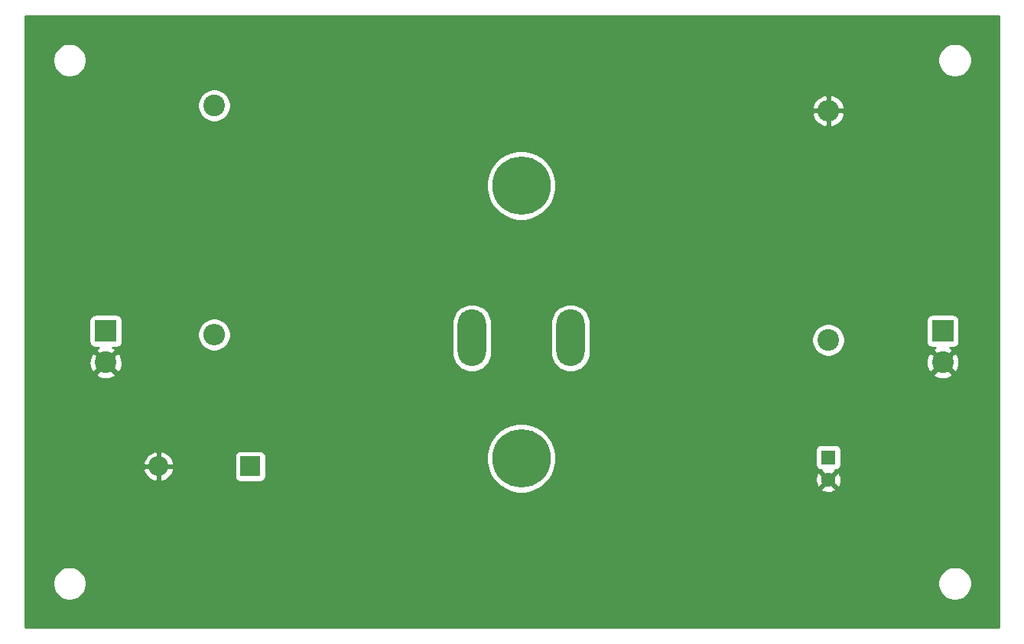
<source format=gbr>
G04 #@! TF.GenerationSoftware,KiCad,Pcbnew,(5.1.5)-3*
G04 #@! TF.CreationDate,2020-09-01T19:36:17+01:00*
G04 #@! TF.ProjectId,solarVoltageLimiter,736f6c61-7256-46f6-9c74-6167654c696d,1.0.1*
G04 #@! TF.SameCoordinates,Original*
G04 #@! TF.FileFunction,Copper,L2,Bot*
G04 #@! TF.FilePolarity,Positive*
%FSLAX46Y46*%
G04 Gerber Fmt 4.6, Leading zero omitted, Abs format (unit mm)*
G04 Created by KiCad (PCBNEW (5.1.5)-3) date 2020-09-01 19:36:17*
%MOMM*%
%LPD*%
G04 APERTURE LIST*
%ADD10R,1.600000X1.600000*%
%ADD11C,1.600000*%
%ADD12R,2.200000X2.200000*%
%ADD13O,2.200000X2.200000*%
%ADD14C,2.400000*%
%ADD15R,2.400000X2.400000*%
%ADD16O,2.400000X2.400000*%
%ADD17C,6.477000*%
%ADD18O,3.149600X6.299200*%
%ADD19C,0.254000*%
G04 APERTURE END LIST*
D10*
X160000000Y-100000000D03*
D11*
X160000000Y-102500000D03*
D12*
X96000000Y-101000000D03*
D13*
X85840000Y-101000000D03*
D14*
X80000000Y-89500000D03*
D15*
X80000000Y-86000000D03*
X172669200Y-86000000D03*
D14*
X172669200Y-89500000D03*
X92000000Y-61000000D03*
D16*
X92000000Y-86400000D03*
X160000000Y-61600000D03*
D14*
X160000000Y-87000000D03*
D17*
X126000000Y-100113000D03*
X126000000Y-69887000D03*
D18*
X120539000Y-86778000D03*
X131461000Y-86778000D03*
D19*
G36*
X178873000Y-118873000D02*
G01*
X71127000Y-118873000D01*
X71127000Y-113814344D01*
X74115000Y-113814344D01*
X74115000Y-114185656D01*
X74187439Y-114549834D01*
X74329534Y-114892882D01*
X74535825Y-115201618D01*
X74798382Y-115464175D01*
X75107118Y-115670466D01*
X75450166Y-115812561D01*
X75814344Y-115885000D01*
X76185656Y-115885000D01*
X76549834Y-115812561D01*
X76892882Y-115670466D01*
X77201618Y-115464175D01*
X77464175Y-115201618D01*
X77670466Y-114892882D01*
X77812561Y-114549834D01*
X77885000Y-114185656D01*
X77885000Y-113814344D01*
X172115000Y-113814344D01*
X172115000Y-114185656D01*
X172187439Y-114549834D01*
X172329534Y-114892882D01*
X172535825Y-115201618D01*
X172798382Y-115464175D01*
X173107118Y-115670466D01*
X173450166Y-115812561D01*
X173814344Y-115885000D01*
X174185656Y-115885000D01*
X174549834Y-115812561D01*
X174892882Y-115670466D01*
X175201618Y-115464175D01*
X175464175Y-115201618D01*
X175670466Y-114892882D01*
X175812561Y-114549834D01*
X175885000Y-114185656D01*
X175885000Y-113814344D01*
X175812561Y-113450166D01*
X175670466Y-113107118D01*
X175464175Y-112798382D01*
X175201618Y-112535825D01*
X174892882Y-112329534D01*
X174549834Y-112187439D01*
X174185656Y-112115000D01*
X173814344Y-112115000D01*
X173450166Y-112187439D01*
X173107118Y-112329534D01*
X172798382Y-112535825D01*
X172535825Y-112798382D01*
X172329534Y-113107118D01*
X172187439Y-113450166D01*
X172115000Y-113814344D01*
X77885000Y-113814344D01*
X77812561Y-113450166D01*
X77670466Y-113107118D01*
X77464175Y-112798382D01*
X77201618Y-112535825D01*
X76892882Y-112329534D01*
X76549834Y-112187439D01*
X76185656Y-112115000D01*
X75814344Y-112115000D01*
X75450166Y-112187439D01*
X75107118Y-112329534D01*
X74798382Y-112535825D01*
X74535825Y-112798382D01*
X74329534Y-113107118D01*
X74187439Y-113450166D01*
X74115000Y-113814344D01*
X71127000Y-113814344D01*
X71127000Y-101396122D01*
X84150825Y-101396122D01*
X84215425Y-101609094D01*
X84365469Y-101914329D01*
X84572178Y-102184427D01*
X84827609Y-102409008D01*
X85121946Y-102579442D01*
X85443877Y-102689179D01*
X85713000Y-102571600D01*
X85713000Y-101127000D01*
X85967000Y-101127000D01*
X85967000Y-102571600D01*
X86236123Y-102689179D01*
X86558054Y-102579442D01*
X86852391Y-102409008D01*
X87107822Y-102184427D01*
X87314531Y-101914329D01*
X87464575Y-101609094D01*
X87529175Y-101396122D01*
X87411125Y-101127000D01*
X85967000Y-101127000D01*
X85713000Y-101127000D01*
X84268875Y-101127000D01*
X84150825Y-101396122D01*
X71127000Y-101396122D01*
X71127000Y-100603878D01*
X84150825Y-100603878D01*
X84268875Y-100873000D01*
X85713000Y-100873000D01*
X85713000Y-99428400D01*
X85967000Y-99428400D01*
X85967000Y-100873000D01*
X87411125Y-100873000D01*
X87529175Y-100603878D01*
X87464575Y-100390906D01*
X87314531Y-100085671D01*
X87172435Y-99900000D01*
X94261928Y-99900000D01*
X94261928Y-102100000D01*
X94274188Y-102224482D01*
X94310498Y-102344180D01*
X94369463Y-102454494D01*
X94448815Y-102551185D01*
X94545506Y-102630537D01*
X94655820Y-102689502D01*
X94775518Y-102725812D01*
X94900000Y-102738072D01*
X97100000Y-102738072D01*
X97224482Y-102725812D01*
X97344180Y-102689502D01*
X97454494Y-102630537D01*
X97551185Y-102551185D01*
X97630537Y-102454494D01*
X97689502Y-102344180D01*
X97725812Y-102224482D01*
X97738072Y-102100000D01*
X97738072Y-99900000D01*
X97725812Y-99775518D01*
X97712458Y-99731494D01*
X122126500Y-99731494D01*
X122126500Y-100494506D01*
X122275357Y-101242858D01*
X122567349Y-101947790D01*
X122991256Y-102582212D01*
X123530788Y-103121744D01*
X124165210Y-103545651D01*
X124870142Y-103837643D01*
X125618494Y-103986500D01*
X126381506Y-103986500D01*
X127129858Y-103837643D01*
X127834790Y-103545651D01*
X127914033Y-103492702D01*
X159186903Y-103492702D01*
X159258486Y-103736671D01*
X159513996Y-103857571D01*
X159788184Y-103926300D01*
X160070512Y-103940217D01*
X160350130Y-103898787D01*
X160616292Y-103803603D01*
X160741514Y-103736671D01*
X160813097Y-103492702D01*
X160000000Y-102679605D01*
X159186903Y-103492702D01*
X127914033Y-103492702D01*
X128469212Y-103121744D01*
X129008744Y-102582212D01*
X129016561Y-102570512D01*
X158559783Y-102570512D01*
X158601213Y-102850130D01*
X158696397Y-103116292D01*
X158763329Y-103241514D01*
X159007298Y-103313097D01*
X159820395Y-102500000D01*
X160179605Y-102500000D01*
X160992702Y-103313097D01*
X161236671Y-103241514D01*
X161357571Y-102986004D01*
X161426300Y-102711816D01*
X161440217Y-102429488D01*
X161398787Y-102149870D01*
X161303603Y-101883708D01*
X161236671Y-101758486D01*
X160992702Y-101686903D01*
X160179605Y-102500000D01*
X159820395Y-102500000D01*
X159007298Y-101686903D01*
X158763329Y-101758486D01*
X158642429Y-102013996D01*
X158573700Y-102288184D01*
X158559783Y-102570512D01*
X129016561Y-102570512D01*
X129432651Y-101947790D01*
X129724643Y-101242858D01*
X129873500Y-100494506D01*
X129873500Y-99731494D01*
X129767779Y-99200000D01*
X158561928Y-99200000D01*
X158561928Y-100800000D01*
X158574188Y-100924482D01*
X158610498Y-101044180D01*
X158669463Y-101154494D01*
X158748815Y-101251185D01*
X158845506Y-101330537D01*
X158955820Y-101389502D01*
X159075518Y-101425812D01*
X159200000Y-101438072D01*
X159207215Y-101438072D01*
X159186903Y-101507298D01*
X160000000Y-102320395D01*
X160813097Y-101507298D01*
X160792785Y-101438072D01*
X160800000Y-101438072D01*
X160924482Y-101425812D01*
X161044180Y-101389502D01*
X161154494Y-101330537D01*
X161251185Y-101251185D01*
X161330537Y-101154494D01*
X161389502Y-101044180D01*
X161425812Y-100924482D01*
X161438072Y-100800000D01*
X161438072Y-99200000D01*
X161425812Y-99075518D01*
X161389502Y-98955820D01*
X161330537Y-98845506D01*
X161251185Y-98748815D01*
X161154494Y-98669463D01*
X161044180Y-98610498D01*
X160924482Y-98574188D01*
X160800000Y-98561928D01*
X159200000Y-98561928D01*
X159075518Y-98574188D01*
X158955820Y-98610498D01*
X158845506Y-98669463D01*
X158748815Y-98748815D01*
X158669463Y-98845506D01*
X158610498Y-98955820D01*
X158574188Y-99075518D01*
X158561928Y-99200000D01*
X129767779Y-99200000D01*
X129724643Y-98983142D01*
X129432651Y-98278210D01*
X129008744Y-97643788D01*
X128469212Y-97104256D01*
X127834790Y-96680349D01*
X127129858Y-96388357D01*
X126381506Y-96239500D01*
X125618494Y-96239500D01*
X124870142Y-96388357D01*
X124165210Y-96680349D01*
X123530788Y-97104256D01*
X122991256Y-97643788D01*
X122567349Y-98278210D01*
X122275357Y-98983142D01*
X122126500Y-99731494D01*
X97712458Y-99731494D01*
X97689502Y-99655820D01*
X97630537Y-99545506D01*
X97551185Y-99448815D01*
X97454494Y-99369463D01*
X97344180Y-99310498D01*
X97224482Y-99274188D01*
X97100000Y-99261928D01*
X94900000Y-99261928D01*
X94775518Y-99274188D01*
X94655820Y-99310498D01*
X94545506Y-99369463D01*
X94448815Y-99448815D01*
X94369463Y-99545506D01*
X94310498Y-99655820D01*
X94274188Y-99775518D01*
X94261928Y-99900000D01*
X87172435Y-99900000D01*
X87107822Y-99815573D01*
X86852391Y-99590992D01*
X86558054Y-99420558D01*
X86236123Y-99310821D01*
X85967000Y-99428400D01*
X85713000Y-99428400D01*
X85443877Y-99310821D01*
X85121946Y-99420558D01*
X84827609Y-99590992D01*
X84572178Y-99815573D01*
X84365469Y-100085671D01*
X84215425Y-100390906D01*
X84150825Y-100603878D01*
X71127000Y-100603878D01*
X71127000Y-90777980D01*
X78901626Y-90777980D01*
X79021514Y-91062836D01*
X79345210Y-91223699D01*
X79694069Y-91318322D01*
X80054684Y-91343067D01*
X80413198Y-91296985D01*
X80755833Y-91181846D01*
X80978486Y-91062836D01*
X81098374Y-90777980D01*
X171570826Y-90777980D01*
X171690714Y-91062836D01*
X172014410Y-91223699D01*
X172363269Y-91318322D01*
X172723884Y-91343067D01*
X173082398Y-91296985D01*
X173425033Y-91181846D01*
X173647686Y-91062836D01*
X173767574Y-90777980D01*
X172669200Y-89679605D01*
X171570826Y-90777980D01*
X81098374Y-90777980D01*
X80000000Y-89679605D01*
X78901626Y-90777980D01*
X71127000Y-90777980D01*
X71127000Y-89554684D01*
X78156933Y-89554684D01*
X78203015Y-89913198D01*
X78318154Y-90255833D01*
X78437164Y-90478486D01*
X78722020Y-90598374D01*
X79820395Y-89500000D01*
X80179605Y-89500000D01*
X81277980Y-90598374D01*
X81562836Y-90478486D01*
X81723699Y-90154790D01*
X81818322Y-89805931D01*
X81843067Y-89445316D01*
X81796985Y-89086802D01*
X81681846Y-88744167D01*
X81562836Y-88521514D01*
X81277980Y-88401626D01*
X80179605Y-89500000D01*
X79820395Y-89500000D01*
X78722020Y-88401626D01*
X78437164Y-88521514D01*
X78276301Y-88845210D01*
X78181678Y-89194069D01*
X78156933Y-89554684D01*
X71127000Y-89554684D01*
X71127000Y-84800000D01*
X78161928Y-84800000D01*
X78161928Y-87200000D01*
X78174188Y-87324482D01*
X78210498Y-87444180D01*
X78269463Y-87554494D01*
X78348815Y-87651185D01*
X78445506Y-87730537D01*
X78555820Y-87789502D01*
X78675518Y-87825812D01*
X78800000Y-87838072D01*
X79206903Y-87838072D01*
X79021514Y-87937164D01*
X78901626Y-88222020D01*
X80000000Y-89320395D01*
X81098374Y-88222020D01*
X80978486Y-87937164D01*
X80779088Y-87838072D01*
X81200000Y-87838072D01*
X81324482Y-87825812D01*
X81444180Y-87789502D01*
X81554494Y-87730537D01*
X81651185Y-87651185D01*
X81730537Y-87554494D01*
X81789502Y-87444180D01*
X81825812Y-87324482D01*
X81838072Y-87200000D01*
X81838072Y-86219268D01*
X90165000Y-86219268D01*
X90165000Y-86580732D01*
X90235518Y-86935250D01*
X90373844Y-87269199D01*
X90574662Y-87569744D01*
X90830256Y-87825338D01*
X91130801Y-88026156D01*
X91464750Y-88164482D01*
X91819268Y-88235000D01*
X92180732Y-88235000D01*
X92535250Y-88164482D01*
X92869199Y-88026156D01*
X93169744Y-87825338D01*
X93425338Y-87569744D01*
X93626156Y-87269199D01*
X93764482Y-86935250D01*
X93835000Y-86580732D01*
X93835000Y-86219268D01*
X93764482Y-85864750D01*
X93626156Y-85530801D01*
X93425338Y-85230256D01*
X93289725Y-85094643D01*
X118329200Y-85094643D01*
X118329200Y-88461358D01*
X118361174Y-88785996D01*
X118487534Y-89202546D01*
X118692729Y-89586439D01*
X118968876Y-89922925D01*
X119305362Y-90199072D01*
X119689255Y-90404267D01*
X120105805Y-90530626D01*
X120539000Y-90573292D01*
X120972196Y-90530626D01*
X121388746Y-90404267D01*
X121772639Y-90199072D01*
X122109125Y-89922925D01*
X122385272Y-89586439D01*
X122590467Y-89202546D01*
X122716826Y-88785996D01*
X122748800Y-88461358D01*
X122748800Y-85094643D01*
X129251200Y-85094643D01*
X129251200Y-88461358D01*
X129283174Y-88785996D01*
X129409534Y-89202546D01*
X129614729Y-89586439D01*
X129890876Y-89922925D01*
X130227362Y-90199072D01*
X130611255Y-90404267D01*
X131027805Y-90530626D01*
X131461000Y-90573292D01*
X131894196Y-90530626D01*
X132310746Y-90404267D01*
X132694639Y-90199072D01*
X133031125Y-89922925D01*
X133307272Y-89586439D01*
X133324245Y-89554684D01*
X170826133Y-89554684D01*
X170872215Y-89913198D01*
X170987354Y-90255833D01*
X171106364Y-90478486D01*
X171391220Y-90598374D01*
X172489595Y-89500000D01*
X172848805Y-89500000D01*
X173947180Y-90598374D01*
X174232036Y-90478486D01*
X174392899Y-90154790D01*
X174487522Y-89805931D01*
X174512267Y-89445316D01*
X174466185Y-89086802D01*
X174351046Y-88744167D01*
X174232036Y-88521514D01*
X173947180Y-88401626D01*
X172848805Y-89500000D01*
X172489595Y-89500000D01*
X171391220Y-88401626D01*
X171106364Y-88521514D01*
X170945501Y-88845210D01*
X170850878Y-89194069D01*
X170826133Y-89554684D01*
X133324245Y-89554684D01*
X133512467Y-89202546D01*
X133638826Y-88785996D01*
X133670800Y-88461358D01*
X133670800Y-86819268D01*
X158165000Y-86819268D01*
X158165000Y-87180732D01*
X158235518Y-87535250D01*
X158373844Y-87869199D01*
X158574662Y-88169744D01*
X158830256Y-88425338D01*
X159130801Y-88626156D01*
X159464750Y-88764482D01*
X159819268Y-88835000D01*
X160180732Y-88835000D01*
X160535250Y-88764482D01*
X160869199Y-88626156D01*
X161169744Y-88425338D01*
X161425338Y-88169744D01*
X161626156Y-87869199D01*
X161764482Y-87535250D01*
X161835000Y-87180732D01*
X161835000Y-86819268D01*
X161764482Y-86464750D01*
X161626156Y-86130801D01*
X161425338Y-85830256D01*
X161169744Y-85574662D01*
X160869199Y-85373844D01*
X160535250Y-85235518D01*
X160180732Y-85165000D01*
X159819268Y-85165000D01*
X159464750Y-85235518D01*
X159130801Y-85373844D01*
X158830256Y-85574662D01*
X158574662Y-85830256D01*
X158373844Y-86130801D01*
X158235518Y-86464750D01*
X158165000Y-86819268D01*
X133670800Y-86819268D01*
X133670800Y-85094642D01*
X133641781Y-84800000D01*
X170831128Y-84800000D01*
X170831128Y-87200000D01*
X170843388Y-87324482D01*
X170879698Y-87444180D01*
X170938663Y-87554494D01*
X171018015Y-87651185D01*
X171114706Y-87730537D01*
X171225020Y-87789502D01*
X171344718Y-87825812D01*
X171469200Y-87838072D01*
X171876103Y-87838072D01*
X171690714Y-87937164D01*
X171570826Y-88222020D01*
X172669200Y-89320395D01*
X173767574Y-88222020D01*
X173647686Y-87937164D01*
X173448288Y-87838072D01*
X173869200Y-87838072D01*
X173993682Y-87825812D01*
X174113380Y-87789502D01*
X174223694Y-87730537D01*
X174320385Y-87651185D01*
X174399737Y-87554494D01*
X174458702Y-87444180D01*
X174495012Y-87324482D01*
X174507272Y-87200000D01*
X174507272Y-84800000D01*
X174495012Y-84675518D01*
X174458702Y-84555820D01*
X174399737Y-84445506D01*
X174320385Y-84348815D01*
X174223694Y-84269463D01*
X174113380Y-84210498D01*
X173993682Y-84174188D01*
X173869200Y-84161928D01*
X171469200Y-84161928D01*
X171344718Y-84174188D01*
X171225020Y-84210498D01*
X171114706Y-84269463D01*
X171018015Y-84348815D01*
X170938663Y-84445506D01*
X170879698Y-84555820D01*
X170843388Y-84675518D01*
X170831128Y-84800000D01*
X133641781Y-84800000D01*
X133638826Y-84770004D01*
X133512467Y-84353454D01*
X133307272Y-83969561D01*
X133031125Y-83633075D01*
X132694639Y-83356928D01*
X132310745Y-83151733D01*
X131894195Y-83025374D01*
X131461000Y-82982708D01*
X131027804Y-83025374D01*
X130611254Y-83151733D01*
X130227361Y-83356928D01*
X129890875Y-83633075D01*
X129614728Y-83969561D01*
X129409533Y-84353455D01*
X129283174Y-84770005D01*
X129251200Y-85094643D01*
X122748800Y-85094643D01*
X122748800Y-85094642D01*
X122716826Y-84770004D01*
X122590467Y-84353454D01*
X122385272Y-83969561D01*
X122109125Y-83633075D01*
X121772639Y-83356928D01*
X121388745Y-83151733D01*
X120972195Y-83025374D01*
X120539000Y-82982708D01*
X120105804Y-83025374D01*
X119689254Y-83151733D01*
X119305361Y-83356928D01*
X118968875Y-83633075D01*
X118692728Y-83969561D01*
X118487533Y-84353455D01*
X118361174Y-84770005D01*
X118329200Y-85094643D01*
X93289725Y-85094643D01*
X93169744Y-84974662D01*
X92869199Y-84773844D01*
X92535250Y-84635518D01*
X92180732Y-84565000D01*
X91819268Y-84565000D01*
X91464750Y-84635518D01*
X91130801Y-84773844D01*
X90830256Y-84974662D01*
X90574662Y-85230256D01*
X90373844Y-85530801D01*
X90235518Y-85864750D01*
X90165000Y-86219268D01*
X81838072Y-86219268D01*
X81838072Y-84800000D01*
X81825812Y-84675518D01*
X81789502Y-84555820D01*
X81730537Y-84445506D01*
X81651185Y-84348815D01*
X81554494Y-84269463D01*
X81444180Y-84210498D01*
X81324482Y-84174188D01*
X81200000Y-84161928D01*
X78800000Y-84161928D01*
X78675518Y-84174188D01*
X78555820Y-84210498D01*
X78445506Y-84269463D01*
X78348815Y-84348815D01*
X78269463Y-84445506D01*
X78210498Y-84555820D01*
X78174188Y-84675518D01*
X78161928Y-84800000D01*
X71127000Y-84800000D01*
X71127000Y-69505494D01*
X122126500Y-69505494D01*
X122126500Y-70268506D01*
X122275357Y-71016858D01*
X122567349Y-71721790D01*
X122991256Y-72356212D01*
X123530788Y-72895744D01*
X124165210Y-73319651D01*
X124870142Y-73611643D01*
X125618494Y-73760500D01*
X126381506Y-73760500D01*
X127129858Y-73611643D01*
X127834790Y-73319651D01*
X128469212Y-72895744D01*
X129008744Y-72356212D01*
X129432651Y-71721790D01*
X129724643Y-71016858D01*
X129873500Y-70268506D01*
X129873500Y-69505494D01*
X129724643Y-68757142D01*
X129432651Y-68052210D01*
X129008744Y-67417788D01*
X128469212Y-66878256D01*
X127834790Y-66454349D01*
X127129858Y-66162357D01*
X126381506Y-66013500D01*
X125618494Y-66013500D01*
X124870142Y-66162357D01*
X124165210Y-66454349D01*
X123530788Y-66878256D01*
X122991256Y-67417788D01*
X122567349Y-68052210D01*
X122275357Y-68757142D01*
X122126500Y-69505494D01*
X71127000Y-69505494D01*
X71127000Y-60819268D01*
X90165000Y-60819268D01*
X90165000Y-61180732D01*
X90235518Y-61535250D01*
X90373844Y-61869199D01*
X90574662Y-62169744D01*
X90830256Y-62425338D01*
X91130801Y-62626156D01*
X91464750Y-62764482D01*
X91819268Y-62835000D01*
X92180732Y-62835000D01*
X92535250Y-62764482D01*
X92869199Y-62626156D01*
X93169744Y-62425338D01*
X93425338Y-62169744D01*
X93530868Y-62011806D01*
X158211801Y-62011806D01*
X158326500Y-62352754D01*
X158505511Y-62664774D01*
X158741954Y-62935875D01*
X159026743Y-63155639D01*
X159348934Y-63315621D01*
X159588195Y-63388195D01*
X159873000Y-63271432D01*
X159873000Y-61727000D01*
X160127000Y-61727000D01*
X160127000Y-63271432D01*
X160411805Y-63388195D01*
X160651066Y-63315621D01*
X160973257Y-63155639D01*
X161258046Y-62935875D01*
X161494489Y-62664774D01*
X161673500Y-62352754D01*
X161788199Y-62011806D01*
X161671854Y-61727000D01*
X160127000Y-61727000D01*
X159873000Y-61727000D01*
X158328146Y-61727000D01*
X158211801Y-62011806D01*
X93530868Y-62011806D01*
X93626156Y-61869199D01*
X93764482Y-61535250D01*
X93833515Y-61188194D01*
X158211801Y-61188194D01*
X158328146Y-61473000D01*
X159873000Y-61473000D01*
X159873000Y-59928568D01*
X160127000Y-59928568D01*
X160127000Y-61473000D01*
X161671854Y-61473000D01*
X161788199Y-61188194D01*
X161673500Y-60847246D01*
X161494489Y-60535226D01*
X161258046Y-60264125D01*
X160973257Y-60044361D01*
X160651066Y-59884379D01*
X160411805Y-59811805D01*
X160127000Y-59928568D01*
X159873000Y-59928568D01*
X159588195Y-59811805D01*
X159348934Y-59884379D01*
X159026743Y-60044361D01*
X158741954Y-60264125D01*
X158505511Y-60535226D01*
X158326500Y-60847246D01*
X158211801Y-61188194D01*
X93833515Y-61188194D01*
X93835000Y-61180732D01*
X93835000Y-60819268D01*
X93764482Y-60464750D01*
X93626156Y-60130801D01*
X93425338Y-59830256D01*
X93169744Y-59574662D01*
X92869199Y-59373844D01*
X92535250Y-59235518D01*
X92180732Y-59165000D01*
X91819268Y-59165000D01*
X91464750Y-59235518D01*
X91130801Y-59373844D01*
X90830256Y-59574662D01*
X90574662Y-59830256D01*
X90373844Y-60130801D01*
X90235518Y-60464750D01*
X90165000Y-60819268D01*
X71127000Y-60819268D01*
X71127000Y-55814344D01*
X74115000Y-55814344D01*
X74115000Y-56185656D01*
X74187439Y-56549834D01*
X74329534Y-56892882D01*
X74535825Y-57201618D01*
X74798382Y-57464175D01*
X75107118Y-57670466D01*
X75450166Y-57812561D01*
X75814344Y-57885000D01*
X76185656Y-57885000D01*
X76549834Y-57812561D01*
X76892882Y-57670466D01*
X77201618Y-57464175D01*
X77464175Y-57201618D01*
X77670466Y-56892882D01*
X77812561Y-56549834D01*
X77885000Y-56185656D01*
X77885000Y-55814344D01*
X172115000Y-55814344D01*
X172115000Y-56185656D01*
X172187439Y-56549834D01*
X172329534Y-56892882D01*
X172535825Y-57201618D01*
X172798382Y-57464175D01*
X173107118Y-57670466D01*
X173450166Y-57812561D01*
X173814344Y-57885000D01*
X174185656Y-57885000D01*
X174549834Y-57812561D01*
X174892882Y-57670466D01*
X175201618Y-57464175D01*
X175464175Y-57201618D01*
X175670466Y-56892882D01*
X175812561Y-56549834D01*
X175885000Y-56185656D01*
X175885000Y-55814344D01*
X175812561Y-55450166D01*
X175670466Y-55107118D01*
X175464175Y-54798382D01*
X175201618Y-54535825D01*
X174892882Y-54329534D01*
X174549834Y-54187439D01*
X174185656Y-54115000D01*
X173814344Y-54115000D01*
X173450166Y-54187439D01*
X173107118Y-54329534D01*
X172798382Y-54535825D01*
X172535825Y-54798382D01*
X172329534Y-55107118D01*
X172187439Y-55450166D01*
X172115000Y-55814344D01*
X77885000Y-55814344D01*
X77812561Y-55450166D01*
X77670466Y-55107118D01*
X77464175Y-54798382D01*
X77201618Y-54535825D01*
X76892882Y-54329534D01*
X76549834Y-54187439D01*
X76185656Y-54115000D01*
X75814344Y-54115000D01*
X75450166Y-54187439D01*
X75107118Y-54329534D01*
X74798382Y-54535825D01*
X74535825Y-54798382D01*
X74329534Y-55107118D01*
X74187439Y-55450166D01*
X74115000Y-55814344D01*
X71127000Y-55814344D01*
X71127000Y-51127000D01*
X178873000Y-51127000D01*
X178873000Y-118873000D01*
G37*
X178873000Y-118873000D02*
X71127000Y-118873000D01*
X71127000Y-113814344D01*
X74115000Y-113814344D01*
X74115000Y-114185656D01*
X74187439Y-114549834D01*
X74329534Y-114892882D01*
X74535825Y-115201618D01*
X74798382Y-115464175D01*
X75107118Y-115670466D01*
X75450166Y-115812561D01*
X75814344Y-115885000D01*
X76185656Y-115885000D01*
X76549834Y-115812561D01*
X76892882Y-115670466D01*
X77201618Y-115464175D01*
X77464175Y-115201618D01*
X77670466Y-114892882D01*
X77812561Y-114549834D01*
X77885000Y-114185656D01*
X77885000Y-113814344D01*
X172115000Y-113814344D01*
X172115000Y-114185656D01*
X172187439Y-114549834D01*
X172329534Y-114892882D01*
X172535825Y-115201618D01*
X172798382Y-115464175D01*
X173107118Y-115670466D01*
X173450166Y-115812561D01*
X173814344Y-115885000D01*
X174185656Y-115885000D01*
X174549834Y-115812561D01*
X174892882Y-115670466D01*
X175201618Y-115464175D01*
X175464175Y-115201618D01*
X175670466Y-114892882D01*
X175812561Y-114549834D01*
X175885000Y-114185656D01*
X175885000Y-113814344D01*
X175812561Y-113450166D01*
X175670466Y-113107118D01*
X175464175Y-112798382D01*
X175201618Y-112535825D01*
X174892882Y-112329534D01*
X174549834Y-112187439D01*
X174185656Y-112115000D01*
X173814344Y-112115000D01*
X173450166Y-112187439D01*
X173107118Y-112329534D01*
X172798382Y-112535825D01*
X172535825Y-112798382D01*
X172329534Y-113107118D01*
X172187439Y-113450166D01*
X172115000Y-113814344D01*
X77885000Y-113814344D01*
X77812561Y-113450166D01*
X77670466Y-113107118D01*
X77464175Y-112798382D01*
X77201618Y-112535825D01*
X76892882Y-112329534D01*
X76549834Y-112187439D01*
X76185656Y-112115000D01*
X75814344Y-112115000D01*
X75450166Y-112187439D01*
X75107118Y-112329534D01*
X74798382Y-112535825D01*
X74535825Y-112798382D01*
X74329534Y-113107118D01*
X74187439Y-113450166D01*
X74115000Y-113814344D01*
X71127000Y-113814344D01*
X71127000Y-101396122D01*
X84150825Y-101396122D01*
X84215425Y-101609094D01*
X84365469Y-101914329D01*
X84572178Y-102184427D01*
X84827609Y-102409008D01*
X85121946Y-102579442D01*
X85443877Y-102689179D01*
X85713000Y-102571600D01*
X85713000Y-101127000D01*
X85967000Y-101127000D01*
X85967000Y-102571600D01*
X86236123Y-102689179D01*
X86558054Y-102579442D01*
X86852391Y-102409008D01*
X87107822Y-102184427D01*
X87314531Y-101914329D01*
X87464575Y-101609094D01*
X87529175Y-101396122D01*
X87411125Y-101127000D01*
X85967000Y-101127000D01*
X85713000Y-101127000D01*
X84268875Y-101127000D01*
X84150825Y-101396122D01*
X71127000Y-101396122D01*
X71127000Y-100603878D01*
X84150825Y-100603878D01*
X84268875Y-100873000D01*
X85713000Y-100873000D01*
X85713000Y-99428400D01*
X85967000Y-99428400D01*
X85967000Y-100873000D01*
X87411125Y-100873000D01*
X87529175Y-100603878D01*
X87464575Y-100390906D01*
X87314531Y-100085671D01*
X87172435Y-99900000D01*
X94261928Y-99900000D01*
X94261928Y-102100000D01*
X94274188Y-102224482D01*
X94310498Y-102344180D01*
X94369463Y-102454494D01*
X94448815Y-102551185D01*
X94545506Y-102630537D01*
X94655820Y-102689502D01*
X94775518Y-102725812D01*
X94900000Y-102738072D01*
X97100000Y-102738072D01*
X97224482Y-102725812D01*
X97344180Y-102689502D01*
X97454494Y-102630537D01*
X97551185Y-102551185D01*
X97630537Y-102454494D01*
X97689502Y-102344180D01*
X97725812Y-102224482D01*
X97738072Y-102100000D01*
X97738072Y-99900000D01*
X97725812Y-99775518D01*
X97712458Y-99731494D01*
X122126500Y-99731494D01*
X122126500Y-100494506D01*
X122275357Y-101242858D01*
X122567349Y-101947790D01*
X122991256Y-102582212D01*
X123530788Y-103121744D01*
X124165210Y-103545651D01*
X124870142Y-103837643D01*
X125618494Y-103986500D01*
X126381506Y-103986500D01*
X127129858Y-103837643D01*
X127834790Y-103545651D01*
X127914033Y-103492702D01*
X159186903Y-103492702D01*
X159258486Y-103736671D01*
X159513996Y-103857571D01*
X159788184Y-103926300D01*
X160070512Y-103940217D01*
X160350130Y-103898787D01*
X160616292Y-103803603D01*
X160741514Y-103736671D01*
X160813097Y-103492702D01*
X160000000Y-102679605D01*
X159186903Y-103492702D01*
X127914033Y-103492702D01*
X128469212Y-103121744D01*
X129008744Y-102582212D01*
X129016561Y-102570512D01*
X158559783Y-102570512D01*
X158601213Y-102850130D01*
X158696397Y-103116292D01*
X158763329Y-103241514D01*
X159007298Y-103313097D01*
X159820395Y-102500000D01*
X160179605Y-102500000D01*
X160992702Y-103313097D01*
X161236671Y-103241514D01*
X161357571Y-102986004D01*
X161426300Y-102711816D01*
X161440217Y-102429488D01*
X161398787Y-102149870D01*
X161303603Y-101883708D01*
X161236671Y-101758486D01*
X160992702Y-101686903D01*
X160179605Y-102500000D01*
X159820395Y-102500000D01*
X159007298Y-101686903D01*
X158763329Y-101758486D01*
X158642429Y-102013996D01*
X158573700Y-102288184D01*
X158559783Y-102570512D01*
X129016561Y-102570512D01*
X129432651Y-101947790D01*
X129724643Y-101242858D01*
X129873500Y-100494506D01*
X129873500Y-99731494D01*
X129767779Y-99200000D01*
X158561928Y-99200000D01*
X158561928Y-100800000D01*
X158574188Y-100924482D01*
X158610498Y-101044180D01*
X158669463Y-101154494D01*
X158748815Y-101251185D01*
X158845506Y-101330537D01*
X158955820Y-101389502D01*
X159075518Y-101425812D01*
X159200000Y-101438072D01*
X159207215Y-101438072D01*
X159186903Y-101507298D01*
X160000000Y-102320395D01*
X160813097Y-101507298D01*
X160792785Y-101438072D01*
X160800000Y-101438072D01*
X160924482Y-101425812D01*
X161044180Y-101389502D01*
X161154494Y-101330537D01*
X161251185Y-101251185D01*
X161330537Y-101154494D01*
X161389502Y-101044180D01*
X161425812Y-100924482D01*
X161438072Y-100800000D01*
X161438072Y-99200000D01*
X161425812Y-99075518D01*
X161389502Y-98955820D01*
X161330537Y-98845506D01*
X161251185Y-98748815D01*
X161154494Y-98669463D01*
X161044180Y-98610498D01*
X160924482Y-98574188D01*
X160800000Y-98561928D01*
X159200000Y-98561928D01*
X159075518Y-98574188D01*
X158955820Y-98610498D01*
X158845506Y-98669463D01*
X158748815Y-98748815D01*
X158669463Y-98845506D01*
X158610498Y-98955820D01*
X158574188Y-99075518D01*
X158561928Y-99200000D01*
X129767779Y-99200000D01*
X129724643Y-98983142D01*
X129432651Y-98278210D01*
X129008744Y-97643788D01*
X128469212Y-97104256D01*
X127834790Y-96680349D01*
X127129858Y-96388357D01*
X126381506Y-96239500D01*
X125618494Y-96239500D01*
X124870142Y-96388357D01*
X124165210Y-96680349D01*
X123530788Y-97104256D01*
X122991256Y-97643788D01*
X122567349Y-98278210D01*
X122275357Y-98983142D01*
X122126500Y-99731494D01*
X97712458Y-99731494D01*
X97689502Y-99655820D01*
X97630537Y-99545506D01*
X97551185Y-99448815D01*
X97454494Y-99369463D01*
X97344180Y-99310498D01*
X97224482Y-99274188D01*
X97100000Y-99261928D01*
X94900000Y-99261928D01*
X94775518Y-99274188D01*
X94655820Y-99310498D01*
X94545506Y-99369463D01*
X94448815Y-99448815D01*
X94369463Y-99545506D01*
X94310498Y-99655820D01*
X94274188Y-99775518D01*
X94261928Y-99900000D01*
X87172435Y-99900000D01*
X87107822Y-99815573D01*
X86852391Y-99590992D01*
X86558054Y-99420558D01*
X86236123Y-99310821D01*
X85967000Y-99428400D01*
X85713000Y-99428400D01*
X85443877Y-99310821D01*
X85121946Y-99420558D01*
X84827609Y-99590992D01*
X84572178Y-99815573D01*
X84365469Y-100085671D01*
X84215425Y-100390906D01*
X84150825Y-100603878D01*
X71127000Y-100603878D01*
X71127000Y-90777980D01*
X78901626Y-90777980D01*
X79021514Y-91062836D01*
X79345210Y-91223699D01*
X79694069Y-91318322D01*
X80054684Y-91343067D01*
X80413198Y-91296985D01*
X80755833Y-91181846D01*
X80978486Y-91062836D01*
X81098374Y-90777980D01*
X171570826Y-90777980D01*
X171690714Y-91062836D01*
X172014410Y-91223699D01*
X172363269Y-91318322D01*
X172723884Y-91343067D01*
X173082398Y-91296985D01*
X173425033Y-91181846D01*
X173647686Y-91062836D01*
X173767574Y-90777980D01*
X172669200Y-89679605D01*
X171570826Y-90777980D01*
X81098374Y-90777980D01*
X80000000Y-89679605D01*
X78901626Y-90777980D01*
X71127000Y-90777980D01*
X71127000Y-89554684D01*
X78156933Y-89554684D01*
X78203015Y-89913198D01*
X78318154Y-90255833D01*
X78437164Y-90478486D01*
X78722020Y-90598374D01*
X79820395Y-89500000D01*
X80179605Y-89500000D01*
X81277980Y-90598374D01*
X81562836Y-90478486D01*
X81723699Y-90154790D01*
X81818322Y-89805931D01*
X81843067Y-89445316D01*
X81796985Y-89086802D01*
X81681846Y-88744167D01*
X81562836Y-88521514D01*
X81277980Y-88401626D01*
X80179605Y-89500000D01*
X79820395Y-89500000D01*
X78722020Y-88401626D01*
X78437164Y-88521514D01*
X78276301Y-88845210D01*
X78181678Y-89194069D01*
X78156933Y-89554684D01*
X71127000Y-89554684D01*
X71127000Y-84800000D01*
X78161928Y-84800000D01*
X78161928Y-87200000D01*
X78174188Y-87324482D01*
X78210498Y-87444180D01*
X78269463Y-87554494D01*
X78348815Y-87651185D01*
X78445506Y-87730537D01*
X78555820Y-87789502D01*
X78675518Y-87825812D01*
X78800000Y-87838072D01*
X79206903Y-87838072D01*
X79021514Y-87937164D01*
X78901626Y-88222020D01*
X80000000Y-89320395D01*
X81098374Y-88222020D01*
X80978486Y-87937164D01*
X80779088Y-87838072D01*
X81200000Y-87838072D01*
X81324482Y-87825812D01*
X81444180Y-87789502D01*
X81554494Y-87730537D01*
X81651185Y-87651185D01*
X81730537Y-87554494D01*
X81789502Y-87444180D01*
X81825812Y-87324482D01*
X81838072Y-87200000D01*
X81838072Y-86219268D01*
X90165000Y-86219268D01*
X90165000Y-86580732D01*
X90235518Y-86935250D01*
X90373844Y-87269199D01*
X90574662Y-87569744D01*
X90830256Y-87825338D01*
X91130801Y-88026156D01*
X91464750Y-88164482D01*
X91819268Y-88235000D01*
X92180732Y-88235000D01*
X92535250Y-88164482D01*
X92869199Y-88026156D01*
X93169744Y-87825338D01*
X93425338Y-87569744D01*
X93626156Y-87269199D01*
X93764482Y-86935250D01*
X93835000Y-86580732D01*
X93835000Y-86219268D01*
X93764482Y-85864750D01*
X93626156Y-85530801D01*
X93425338Y-85230256D01*
X93289725Y-85094643D01*
X118329200Y-85094643D01*
X118329200Y-88461358D01*
X118361174Y-88785996D01*
X118487534Y-89202546D01*
X118692729Y-89586439D01*
X118968876Y-89922925D01*
X119305362Y-90199072D01*
X119689255Y-90404267D01*
X120105805Y-90530626D01*
X120539000Y-90573292D01*
X120972196Y-90530626D01*
X121388746Y-90404267D01*
X121772639Y-90199072D01*
X122109125Y-89922925D01*
X122385272Y-89586439D01*
X122590467Y-89202546D01*
X122716826Y-88785996D01*
X122748800Y-88461358D01*
X122748800Y-85094643D01*
X129251200Y-85094643D01*
X129251200Y-88461358D01*
X129283174Y-88785996D01*
X129409534Y-89202546D01*
X129614729Y-89586439D01*
X129890876Y-89922925D01*
X130227362Y-90199072D01*
X130611255Y-90404267D01*
X131027805Y-90530626D01*
X131461000Y-90573292D01*
X131894196Y-90530626D01*
X132310746Y-90404267D01*
X132694639Y-90199072D01*
X133031125Y-89922925D01*
X133307272Y-89586439D01*
X133324245Y-89554684D01*
X170826133Y-89554684D01*
X170872215Y-89913198D01*
X170987354Y-90255833D01*
X171106364Y-90478486D01*
X171391220Y-90598374D01*
X172489595Y-89500000D01*
X172848805Y-89500000D01*
X173947180Y-90598374D01*
X174232036Y-90478486D01*
X174392899Y-90154790D01*
X174487522Y-89805931D01*
X174512267Y-89445316D01*
X174466185Y-89086802D01*
X174351046Y-88744167D01*
X174232036Y-88521514D01*
X173947180Y-88401626D01*
X172848805Y-89500000D01*
X172489595Y-89500000D01*
X171391220Y-88401626D01*
X171106364Y-88521514D01*
X170945501Y-88845210D01*
X170850878Y-89194069D01*
X170826133Y-89554684D01*
X133324245Y-89554684D01*
X133512467Y-89202546D01*
X133638826Y-88785996D01*
X133670800Y-88461358D01*
X133670800Y-86819268D01*
X158165000Y-86819268D01*
X158165000Y-87180732D01*
X158235518Y-87535250D01*
X158373844Y-87869199D01*
X158574662Y-88169744D01*
X158830256Y-88425338D01*
X159130801Y-88626156D01*
X159464750Y-88764482D01*
X159819268Y-88835000D01*
X160180732Y-88835000D01*
X160535250Y-88764482D01*
X160869199Y-88626156D01*
X161169744Y-88425338D01*
X161425338Y-88169744D01*
X161626156Y-87869199D01*
X161764482Y-87535250D01*
X161835000Y-87180732D01*
X161835000Y-86819268D01*
X161764482Y-86464750D01*
X161626156Y-86130801D01*
X161425338Y-85830256D01*
X161169744Y-85574662D01*
X160869199Y-85373844D01*
X160535250Y-85235518D01*
X160180732Y-85165000D01*
X159819268Y-85165000D01*
X159464750Y-85235518D01*
X159130801Y-85373844D01*
X158830256Y-85574662D01*
X158574662Y-85830256D01*
X158373844Y-86130801D01*
X158235518Y-86464750D01*
X158165000Y-86819268D01*
X133670800Y-86819268D01*
X133670800Y-85094642D01*
X133641781Y-84800000D01*
X170831128Y-84800000D01*
X170831128Y-87200000D01*
X170843388Y-87324482D01*
X170879698Y-87444180D01*
X170938663Y-87554494D01*
X171018015Y-87651185D01*
X171114706Y-87730537D01*
X171225020Y-87789502D01*
X171344718Y-87825812D01*
X171469200Y-87838072D01*
X171876103Y-87838072D01*
X171690714Y-87937164D01*
X171570826Y-88222020D01*
X172669200Y-89320395D01*
X173767574Y-88222020D01*
X173647686Y-87937164D01*
X173448288Y-87838072D01*
X173869200Y-87838072D01*
X173993682Y-87825812D01*
X174113380Y-87789502D01*
X174223694Y-87730537D01*
X174320385Y-87651185D01*
X174399737Y-87554494D01*
X174458702Y-87444180D01*
X174495012Y-87324482D01*
X174507272Y-87200000D01*
X174507272Y-84800000D01*
X174495012Y-84675518D01*
X174458702Y-84555820D01*
X174399737Y-84445506D01*
X174320385Y-84348815D01*
X174223694Y-84269463D01*
X174113380Y-84210498D01*
X173993682Y-84174188D01*
X173869200Y-84161928D01*
X171469200Y-84161928D01*
X171344718Y-84174188D01*
X171225020Y-84210498D01*
X171114706Y-84269463D01*
X171018015Y-84348815D01*
X170938663Y-84445506D01*
X170879698Y-84555820D01*
X170843388Y-84675518D01*
X170831128Y-84800000D01*
X133641781Y-84800000D01*
X133638826Y-84770004D01*
X133512467Y-84353454D01*
X133307272Y-83969561D01*
X133031125Y-83633075D01*
X132694639Y-83356928D01*
X132310745Y-83151733D01*
X131894195Y-83025374D01*
X131461000Y-82982708D01*
X131027804Y-83025374D01*
X130611254Y-83151733D01*
X130227361Y-83356928D01*
X129890875Y-83633075D01*
X129614728Y-83969561D01*
X129409533Y-84353455D01*
X129283174Y-84770005D01*
X129251200Y-85094643D01*
X122748800Y-85094643D01*
X122748800Y-85094642D01*
X122716826Y-84770004D01*
X122590467Y-84353454D01*
X122385272Y-83969561D01*
X122109125Y-83633075D01*
X121772639Y-83356928D01*
X121388745Y-83151733D01*
X120972195Y-83025374D01*
X120539000Y-82982708D01*
X120105804Y-83025374D01*
X119689254Y-83151733D01*
X119305361Y-83356928D01*
X118968875Y-83633075D01*
X118692728Y-83969561D01*
X118487533Y-84353455D01*
X118361174Y-84770005D01*
X118329200Y-85094643D01*
X93289725Y-85094643D01*
X93169744Y-84974662D01*
X92869199Y-84773844D01*
X92535250Y-84635518D01*
X92180732Y-84565000D01*
X91819268Y-84565000D01*
X91464750Y-84635518D01*
X91130801Y-84773844D01*
X90830256Y-84974662D01*
X90574662Y-85230256D01*
X90373844Y-85530801D01*
X90235518Y-85864750D01*
X90165000Y-86219268D01*
X81838072Y-86219268D01*
X81838072Y-84800000D01*
X81825812Y-84675518D01*
X81789502Y-84555820D01*
X81730537Y-84445506D01*
X81651185Y-84348815D01*
X81554494Y-84269463D01*
X81444180Y-84210498D01*
X81324482Y-84174188D01*
X81200000Y-84161928D01*
X78800000Y-84161928D01*
X78675518Y-84174188D01*
X78555820Y-84210498D01*
X78445506Y-84269463D01*
X78348815Y-84348815D01*
X78269463Y-84445506D01*
X78210498Y-84555820D01*
X78174188Y-84675518D01*
X78161928Y-84800000D01*
X71127000Y-84800000D01*
X71127000Y-69505494D01*
X122126500Y-69505494D01*
X122126500Y-70268506D01*
X122275357Y-71016858D01*
X122567349Y-71721790D01*
X122991256Y-72356212D01*
X123530788Y-72895744D01*
X124165210Y-73319651D01*
X124870142Y-73611643D01*
X125618494Y-73760500D01*
X126381506Y-73760500D01*
X127129858Y-73611643D01*
X127834790Y-73319651D01*
X128469212Y-72895744D01*
X129008744Y-72356212D01*
X129432651Y-71721790D01*
X129724643Y-71016858D01*
X129873500Y-70268506D01*
X129873500Y-69505494D01*
X129724643Y-68757142D01*
X129432651Y-68052210D01*
X129008744Y-67417788D01*
X128469212Y-66878256D01*
X127834790Y-66454349D01*
X127129858Y-66162357D01*
X126381506Y-66013500D01*
X125618494Y-66013500D01*
X124870142Y-66162357D01*
X124165210Y-66454349D01*
X123530788Y-66878256D01*
X122991256Y-67417788D01*
X122567349Y-68052210D01*
X122275357Y-68757142D01*
X122126500Y-69505494D01*
X71127000Y-69505494D01*
X71127000Y-60819268D01*
X90165000Y-60819268D01*
X90165000Y-61180732D01*
X90235518Y-61535250D01*
X90373844Y-61869199D01*
X90574662Y-62169744D01*
X90830256Y-62425338D01*
X91130801Y-62626156D01*
X91464750Y-62764482D01*
X91819268Y-62835000D01*
X92180732Y-62835000D01*
X92535250Y-62764482D01*
X92869199Y-62626156D01*
X93169744Y-62425338D01*
X93425338Y-62169744D01*
X93530868Y-62011806D01*
X158211801Y-62011806D01*
X158326500Y-62352754D01*
X158505511Y-62664774D01*
X158741954Y-62935875D01*
X159026743Y-63155639D01*
X159348934Y-63315621D01*
X159588195Y-63388195D01*
X159873000Y-63271432D01*
X159873000Y-61727000D01*
X160127000Y-61727000D01*
X160127000Y-63271432D01*
X160411805Y-63388195D01*
X160651066Y-63315621D01*
X160973257Y-63155639D01*
X161258046Y-62935875D01*
X161494489Y-62664774D01*
X161673500Y-62352754D01*
X161788199Y-62011806D01*
X161671854Y-61727000D01*
X160127000Y-61727000D01*
X159873000Y-61727000D01*
X158328146Y-61727000D01*
X158211801Y-62011806D01*
X93530868Y-62011806D01*
X93626156Y-61869199D01*
X93764482Y-61535250D01*
X93833515Y-61188194D01*
X158211801Y-61188194D01*
X158328146Y-61473000D01*
X159873000Y-61473000D01*
X159873000Y-59928568D01*
X160127000Y-59928568D01*
X160127000Y-61473000D01*
X161671854Y-61473000D01*
X161788199Y-61188194D01*
X161673500Y-60847246D01*
X161494489Y-60535226D01*
X161258046Y-60264125D01*
X160973257Y-60044361D01*
X160651066Y-59884379D01*
X160411805Y-59811805D01*
X160127000Y-59928568D01*
X159873000Y-59928568D01*
X159588195Y-59811805D01*
X159348934Y-59884379D01*
X159026743Y-60044361D01*
X158741954Y-60264125D01*
X158505511Y-60535226D01*
X158326500Y-60847246D01*
X158211801Y-61188194D01*
X93833515Y-61188194D01*
X93835000Y-61180732D01*
X93835000Y-60819268D01*
X93764482Y-60464750D01*
X93626156Y-60130801D01*
X93425338Y-59830256D01*
X93169744Y-59574662D01*
X92869199Y-59373844D01*
X92535250Y-59235518D01*
X92180732Y-59165000D01*
X91819268Y-59165000D01*
X91464750Y-59235518D01*
X91130801Y-59373844D01*
X90830256Y-59574662D01*
X90574662Y-59830256D01*
X90373844Y-60130801D01*
X90235518Y-60464750D01*
X90165000Y-60819268D01*
X71127000Y-60819268D01*
X71127000Y-55814344D01*
X74115000Y-55814344D01*
X74115000Y-56185656D01*
X74187439Y-56549834D01*
X74329534Y-56892882D01*
X74535825Y-57201618D01*
X74798382Y-57464175D01*
X75107118Y-57670466D01*
X75450166Y-57812561D01*
X75814344Y-57885000D01*
X76185656Y-57885000D01*
X76549834Y-57812561D01*
X76892882Y-57670466D01*
X77201618Y-57464175D01*
X77464175Y-57201618D01*
X77670466Y-56892882D01*
X77812561Y-56549834D01*
X77885000Y-56185656D01*
X77885000Y-55814344D01*
X172115000Y-55814344D01*
X172115000Y-56185656D01*
X172187439Y-56549834D01*
X172329534Y-56892882D01*
X172535825Y-57201618D01*
X172798382Y-57464175D01*
X173107118Y-57670466D01*
X173450166Y-57812561D01*
X173814344Y-57885000D01*
X174185656Y-57885000D01*
X174549834Y-57812561D01*
X174892882Y-57670466D01*
X175201618Y-57464175D01*
X175464175Y-57201618D01*
X175670466Y-56892882D01*
X175812561Y-56549834D01*
X175885000Y-56185656D01*
X175885000Y-55814344D01*
X175812561Y-55450166D01*
X175670466Y-55107118D01*
X175464175Y-54798382D01*
X175201618Y-54535825D01*
X174892882Y-54329534D01*
X174549834Y-54187439D01*
X174185656Y-54115000D01*
X173814344Y-54115000D01*
X173450166Y-54187439D01*
X173107118Y-54329534D01*
X172798382Y-54535825D01*
X172535825Y-54798382D01*
X172329534Y-55107118D01*
X172187439Y-55450166D01*
X172115000Y-55814344D01*
X77885000Y-55814344D01*
X77812561Y-55450166D01*
X77670466Y-55107118D01*
X77464175Y-54798382D01*
X77201618Y-54535825D01*
X76892882Y-54329534D01*
X76549834Y-54187439D01*
X76185656Y-54115000D01*
X75814344Y-54115000D01*
X75450166Y-54187439D01*
X75107118Y-54329534D01*
X74798382Y-54535825D01*
X74535825Y-54798382D01*
X74329534Y-55107118D01*
X74187439Y-55450166D01*
X74115000Y-55814344D01*
X71127000Y-55814344D01*
X71127000Y-51127000D01*
X178873000Y-51127000D01*
X178873000Y-118873000D01*
M02*

</source>
